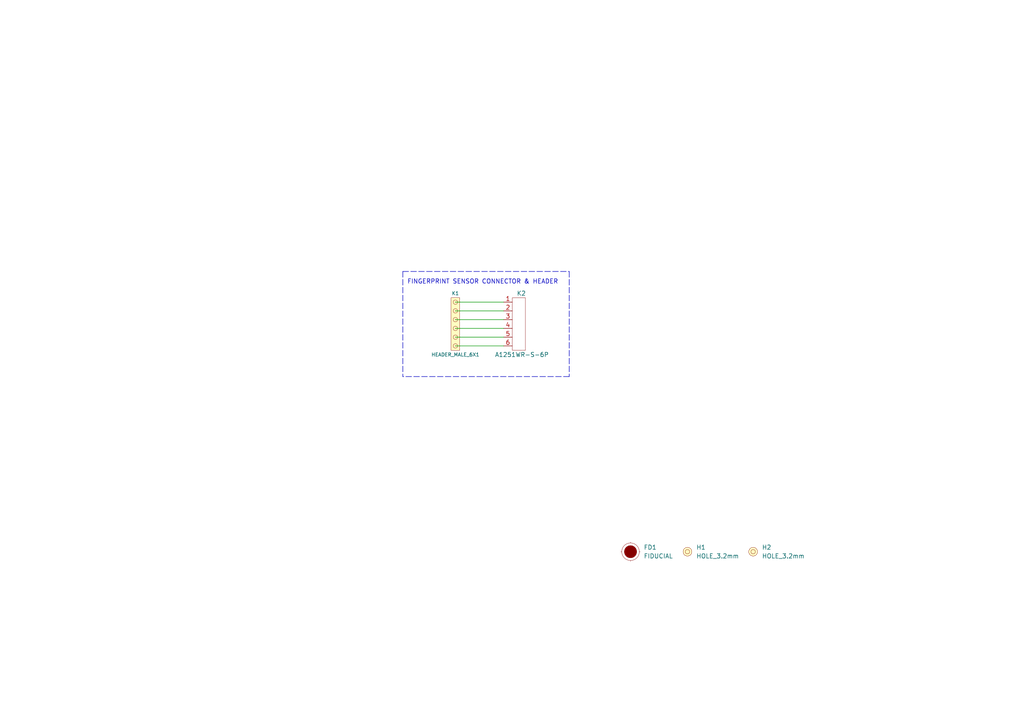
<source format=kicad_sch>
(kicad_sch (version 20210621) (generator eeschema)

  (uuid 62e8d9ae-91f2-4101-9ed1-3b7038bb7c13)

  (paper "A4")

  (lib_symbols
    (symbol "e-radionica.com schematics:A1251WR-S-6P" (in_bom yes) (on_board yes)
      (property "Reference" "K" (id 0) (at -2.54 8.89 0)
        (effects (font (size 1.27 1.27)))
      )
      (property "Value" "A1251WR-S-6P" (id 1) (at -2.54 -8.89 0)
        (effects (font (size 1.27 1.27)))
      )
      (property "Footprint" "e-radionica.com footprinti:A1251WR-S-6P" (id 2) (at -3.81 -10.16 0)
        (effects (font (size 1.27 1.27)) hide)
      )
      (property "Datasheet" "" (id 3) (at -3.81 -2.54 0)
        (effects (font (size 1.27 1.27)) hide)
      )
      (property "ki_keywords" "molex connector pico blade 6P" (id 4) (at 0 0 0)
        (effects (font (size 1.27 1.27)) hide)
      )
      (symbol "A1251WR-S-6P_0_1"
        (rectangle (start -3.81 7.62) (end 0 -7.62)
          (stroke (width 0.0006)) (fill (type none))
        )
      )
      (symbol "A1251WR-S-6P_1_1"
        (pin input line (at -6.35 6.35 0) (length 2.54)
          (name "" (effects (font (size 1.27 1.27))))
          (number "1" (effects (font (size 1.27 1.27))))
        )
        (pin input line (at -6.35 3.81 0) (length 2.54)
          (name "" (effects (font (size 1.27 1.27))))
          (number "2" (effects (font (size 1.27 1.27))))
        )
        (pin input line (at -6.35 1.27 0) (length 2.54)
          (name "" (effects (font (size 1.27 1.27))))
          (number "3" (effects (font (size 1.27 1.27))))
        )
        (pin input line (at -6.35 -1.27 0) (length 2.54)
          (name "" (effects (font (size 1.27 1.27))))
          (number "4" (effects (font (size 1.27 1.27))))
        )
        (pin input line (at -6.35 -3.81 0) (length 2.54)
          (name "" (effects (font (size 1.27 1.27))))
          (number "5" (effects (font (size 1.27 1.27))))
        )
        (pin input line (at -6.35 -6.35 0) (length 2.54)
          (name "" (effects (font (size 1.27 1.27))))
          (number "6" (effects (font (size 1.27 1.27))))
        )
      )
    )
    (symbol "e-radionica.com schematics:FIDUCIAL" (in_bom no) (on_board yes)
      (property "Reference" "FD" (id 0) (at 0 3.81 0)
        (effects (font (size 1.27 1.27)))
      )
      (property "Value" "FIDUCIAL" (id 1) (at 0 -3.81 0)
        (effects (font (size 1.27 1.27)))
      )
      (property "Footprint" "e-radionica.com footprinti:FIDUCIAL_23" (id 2) (at 0.254 -5.334 0)
        (effects (font (size 1.27 1.27)) hide)
      )
      (property "Datasheet" "" (id 3) (at 0 0 0)
        (effects (font (size 1.27 1.27)) hide)
      )
      (symbol "FIDUCIAL_0_1"
        (circle (center 0 0) (radius 2.54) (stroke (width 0.0006)) (fill (type none)))
        (circle (center 0 0) (radius 1.7961) (stroke (width 0.001)) (fill (type outline)))
        (polyline
          (pts
            (xy -2.54 0)
            (xy -2.794 0)
          )
          (stroke (width 0.0006)) (fill (type none))
        )
        (polyline
          (pts
            (xy 0 -2.54)
            (xy 0 -2.794)
          )
          (stroke (width 0.0006)) (fill (type none))
        )
        (polyline
          (pts
            (xy 0 2.54)
            (xy 0 2.794)
          )
          (stroke (width 0.0006)) (fill (type none))
        )
        (polyline
          (pts
            (xy 2.54 0)
            (xy 2.794 0)
          )
          (stroke (width 0.0006)) (fill (type none))
        )
      )
    )
    (symbol "e-radionica.com schematics:HEADER_MALE_6X1" (pin_numbers hide) (pin_names hide) (in_bom yes) (on_board yes)
      (property "Reference" "K" (id 0) (at -0.635 10.16 0)
        (effects (font (size 1 1)))
      )
      (property "Value" "HEADER_MALE_6X1" (id 1) (at 1.27 -7.62 0)
        (effects (font (size 1 1)))
      )
      (property "Footprint" "e-radionica.com footprinti:HEADER_MALE_6X1" (id 2) (at 0 0 0)
        (effects (font (size 1 1)) hide)
      )
      (property "Datasheet" "" (id 3) (at 0 0 0)
        (effects (font (size 1 1)) hide)
      )
      (symbol "HEADER_MALE_6X1_0_1"
        (circle (center 0 -5.08) (radius 0.635) (stroke (width 0.0006)) (fill (type none)))
        (circle (center 0 -2.54) (radius 0.635) (stroke (width 0.0006)) (fill (type none)))
        (circle (center 0 0) (radius 0.635) (stroke (width 0.0006)) (fill (type none)))
        (circle (center 0 2.54) (radius 0.635) (stroke (width 0.0006)) (fill (type none)))
        (circle (center 0 5.08) (radius 0.635) (stroke (width 0.0006)) (fill (type none)))
        (circle (center 0 7.62) (radius 0.635) (stroke (width 0.0006)) (fill (type none)))
        (rectangle (start 1.27 -6.35) (end -1.27 8.89)
          (stroke (width 0.001)) (fill (type background))
        )
      )
      (symbol "HEADER_MALE_6X1_1_1"
        (pin passive line (at 0 -5.08 180) (length 0)
          (name "~" (effects (font (size 0.991 0.991))))
          (number "1" (effects (font (size 0.991 0.991))))
        )
        (pin passive line (at 0 -2.54 180) (length 0)
          (name "~" (effects (font (size 0.991 0.991))))
          (number "2" (effects (font (size 0.991 0.991))))
        )
        (pin passive line (at 0 0 180) (length 0)
          (name "~" (effects (font (size 0.991 0.991))))
          (number "3" (effects (font (size 0.991 0.991))))
        )
        (pin passive line (at 0 2.54 180) (length 0)
          (name "~" (effects (font (size 0.991 0.991))))
          (number "4" (effects (font (size 0.991 0.991))))
        )
        (pin passive line (at 0 5.08 180) (length 0)
          (name "~" (effects (font (size 0.991 0.991))))
          (number "5" (effects (font (size 0.991 0.991))))
        )
        (pin passive line (at 0 7.62 180) (length 0)
          (name "~" (effects (font (size 0.991 0.991))))
          (number "6" (effects (font (size 0.991 0.991))))
        )
      )
    )
    (symbol "e-radionica.com schematics:HOLE_3.2mm" (pin_numbers hide) (pin_names hide) (in_bom yes) (on_board yes)
      (property "Reference" "H" (id 0) (at 0 2.54 0)
        (effects (font (size 1.27 1.27)))
      )
      (property "Value" "HOLE_3.2mm" (id 1) (at 0 -2.54 0)
        (effects (font (size 1.27 1.27)))
      )
      (property "Footprint" "e-radionica.com footprinti:HOLE_3.2mm" (id 2) (at 0 0 0)
        (effects (font (size 1.27 1.27)) hide)
      )
      (property "Datasheet" "" (id 3) (at 0 0 0)
        (effects (font (size 1.27 1.27)) hide)
      )
      (symbol "HOLE_3.2mm_0_1"
        (circle (center 0 0) (radius 0.635) (stroke (width 0.0006)) (fill (type none)))
        (circle (center 0 0) (radius 1.27) (stroke (width 0.001)) (fill (type background)))
      )
    )
  )


  (wire (pts (xy 132.08 87.63) (xy 146.05 87.63))
    (stroke (width 0) (type solid) (color 0 0 0 0))
    (uuid 2e880b9e-5362-4280-b1df-2116a16025db)
  )
  (wire (pts (xy 132.08 90.17) (xy 146.05 90.17))
    (stroke (width 0) (type solid) (color 0 0 0 0))
    (uuid d7565170-f817-42b1-9985-0136d408ad7e)
  )
  (wire (pts (xy 132.08 92.71) (xy 146.05 92.71))
    (stroke (width 0) (type solid) (color 0 0 0 0))
    (uuid b81521af-84ba-4284-b679-a5f2a3bc6f24)
  )
  (wire (pts (xy 132.08 95.25) (xy 146.05 95.25))
    (stroke (width 0) (type solid) (color 0 0 0 0))
    (uuid 47e6871f-c5a8-46f9-8ac1-6cd2f9268932)
  )
  (wire (pts (xy 132.08 97.79) (xy 146.05 97.79))
    (stroke (width 0) (type solid) (color 0 0 0 0))
    (uuid 31524cf1-faec-4a20-97c6-51602efe1cf8)
  )
  (wire (pts (xy 132.08 100.33) (xy 146.05 100.33))
    (stroke (width 0) (type solid) (color 0 0 0 0))
    (uuid 68bb8a10-5bf6-4c78-983f-293c5c503501)
  )
  (polyline (pts (xy 116.84 78.74) (xy 116.84 109.22))
    (stroke (width 0) (type dash) (color 0 0 0 0))
    (uuid 240c1e31-1630-4f7c-9d76-0859c60aa490)
  )
  (polyline (pts (xy 116.84 78.74) (xy 165.1 78.74))
    (stroke (width 0) (type dash) (color 0 0 0 0))
    (uuid 240c1e31-1630-4f7c-9d76-0859c60aa490)
  )
  (polyline (pts (xy 165.1 78.74) (xy 165.1 109.22))
    (stroke (width 0) (type dash) (color 0 0 0 0))
    (uuid 240c1e31-1630-4f7c-9d76-0859c60aa490)
  )
  (polyline (pts (xy 165.1 109.22) (xy 116.84 109.22))
    (stroke (width 0) (type dash) (color 0 0 0 0))
    (uuid 240c1e31-1630-4f7c-9d76-0859c60aa490)
  )

  (text "FINGERPRINT SENSOR CONNECTOR & HEADER" (at 118.11 82.55 0)
    (effects (font (size 1.27 1.27)) (justify left bottom))
    (uuid 69743dc7-b8e5-4b43-b15e-ba37294a87a2)
  )

  (symbol (lib_id "e-radionica.com schematics:HOLE_3.2mm") (at 199.39 160.02 0) (unit 1)
    (in_bom yes) (on_board yes) (fields_autoplaced)
    (uuid 926ee467-fef2-43d1-9290-cd0e76f8ac0e)
    (property "Reference" "H1" (id 0) (at 201.93 158.7499 0)
      (effects (font (size 1.27 1.27)) (justify left))
    )
    (property "Value" "HOLE_3.2mm" (id 1) (at 201.93 161.2899 0)
      (effects (font (size 1.27 1.27)) (justify left))
    )
    (property "Footprint" "e-radionica.com footprinti:HOLE_3.2mm" (id 2) (at 199.39 160.02 0)
      (effects (font (size 1.27 1.27)) hide)
    )
    (property "Datasheet" "" (id 3) (at 199.39 160.02 0)
      (effects (font (size 1.27 1.27)) hide)
    )
  )

  (symbol (lib_id "e-radionica.com schematics:HOLE_3.2mm") (at 218.44 160.02 0) (unit 1)
    (in_bom yes) (on_board yes) (fields_autoplaced)
    (uuid 63ccdbf3-cf34-4cf0-ad1a-0be22d5605b1)
    (property "Reference" "H2" (id 0) (at 220.98 158.7499 0)
      (effects (font (size 1.27 1.27)) (justify left))
    )
    (property "Value" "HOLE_3.2mm" (id 1) (at 220.98 161.2899 0)
      (effects (font (size 1.27 1.27)) (justify left))
    )
    (property "Footprint" "e-radionica.com footprinti:HOLE_3.2mm" (id 2) (at 218.44 160.02 0)
      (effects (font (size 1.27 1.27)) hide)
    )
    (property "Datasheet" "" (id 3) (at 218.44 160.02 0)
      (effects (font (size 1.27 1.27)) hide)
    )
  )

  (symbol (lib_id "e-radionica.com schematics:FIDUCIAL") (at 182.88 160.02 0) (unit 1)
    (in_bom no) (on_board yes) (fields_autoplaced)
    (uuid b4c34699-30bc-451b-97c7-9bd87b509b98)
    (property "Reference" "FD1" (id 0) (at 186.69 158.7499 0)
      (effects (font (size 1.27 1.27)) (justify left))
    )
    (property "Value" "FIDUCIAL" (id 1) (at 186.69 161.2899 0)
      (effects (font (size 1.27 1.27)) (justify left))
    )
    (property "Footprint" "e-radionica.com footprinti:FIDUCIAL_23" (id 2) (at 183.134 165.354 0)
      (effects (font (size 1.27 1.27)) hide)
    )
    (property "Datasheet" "" (id 3) (at 182.88 160.02 0)
      (effects (font (size 1.27 1.27)) hide)
    )
  )

  (symbol (lib_id "e-radionica.com schematics:HEADER_MALE_6X1") (at 132.08 95.25 0) (unit 1)
    (in_bom yes) (on_board yes)
    (uuid 355414b5-a9aa-4b97-9050-b4a73c442206)
    (property "Reference" "K1" (id 0) (at 132.08 85.09 0)
      (effects (font (size 1 1)))
    )
    (property "Value" "HEADER_MALE_6X1" (id 1) (at 132.08 102.87 0)
      (effects (font (size 1 1)))
    )
    (property "Footprint" "e-radionica.com footprinti:HEADER_MALE_6X1" (id 2) (at 132.08 95.25 0)
      (effects (font (size 1 1)) hide)
    )
    (property "Datasheet" "" (id 3) (at 132.08 95.25 0)
      (effects (font (size 1 1)) hide)
    )
    (pin "1" (uuid 939a4969-8441-46f0-b22d-4d80ad6bc506))
    (pin "2" (uuid 65ac96bf-f11b-4867-bf31-3ec6f9f95a61))
    (pin "3" (uuid 7307ac9d-153f-45b0-9928-b952e29f419c))
    (pin "4" (uuid 72d1108d-1d58-4d01-98a4-290334e7bca1))
    (pin "5" (uuid b88b4ccc-3a93-4efa-8347-cf558603c83a))
    (pin "6" (uuid 88e65e0c-f894-4f46-8538-2f22bea32153))
  )

  (symbol (lib_id "e-radionica.com schematics:A1251WR-S-6P") (at 152.4 93.98 0) (unit 1)
    (in_bom yes) (on_board yes)
    (uuid 816427b3-4ebf-475c-82f2-ddfb904c16d4)
    (property "Reference" "K2" (id 0) (at 149.86 85.0899 0)
      (effects (font (size 1.27 1.27)) (justify left))
    )
    (property "Value" "A1251WR-S-6P" (id 1) (at 143.51 102.8699 0)
      (effects (font (size 1.27 1.27)) (justify left))
    )
    (property "Footprint" "e-radionica.com footprinti:A1251WR-S-6P" (id 2) (at 148.59 104.14 0)
      (effects (font (size 1.27 1.27)) hide)
    )
    (property "Datasheet" "" (id 3) (at 148.59 96.52 0)
      (effects (font (size 1.27 1.27)) hide)
    )
    (pin "1" (uuid 215ee1a5-e8cb-414a-85ca-cdf5ab246db6))
    (pin "2" (uuid fb2b6a83-ea57-4d0c-8e38-77f89eac881e))
    (pin "3" (uuid d17fe40f-399d-44b4-96a4-9a0f5521af9a))
    (pin "4" (uuid 8ea25302-f156-4ed8-9274-af728622e6d6))
    (pin "5" (uuid 459cfb0c-a8bb-4a5e-9bda-d13f83efdbc4))
    (pin "6" (uuid d761f797-e797-4894-99b2-7df312959d46))
  )

  (sheet_instances
    (path "/" (page "1"))
  )

  (symbol_instances
    (path "/b4c34699-30bc-451b-97c7-9bd87b509b98"
      (reference "FD1") (unit 1) (value "FIDUCIAL") (footprint "e-radionica.com footprinti:FIDUCIAL_23")
    )
    (path "/926ee467-fef2-43d1-9290-cd0e76f8ac0e"
      (reference "H1") (unit 1) (value "HOLE_3.2mm") (footprint "e-radionica.com footprinti:HOLE_3.2mm")
    )
    (path "/63ccdbf3-cf34-4cf0-ad1a-0be22d5605b1"
      (reference "H2") (unit 1) (value "HOLE_3.2mm") (footprint "e-radionica.com footprinti:HOLE_3.2mm")
    )
    (path "/355414b5-a9aa-4b97-9050-b4a73c442206"
      (reference "K1") (unit 1) (value "HEADER_MALE_6X1") (footprint "e-radionica.com footprinti:HEADER_MALE_6X1")
    )
    (path "/816427b3-4ebf-475c-82f2-ddfb904c16d4"
      (reference "K2") (unit 1) (value "A1251WR-S-6P") (footprint "e-radionica.com footprinti:A1251WR-S-6P")
    )
  )
)

</source>
